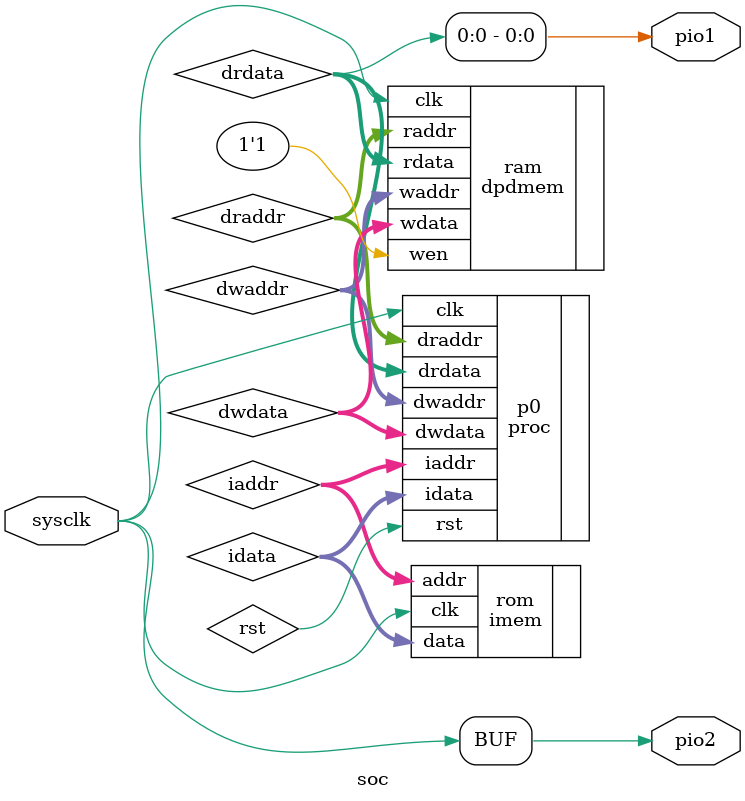
<source format=v>
`timescale 1ns / 1ns


module soc(
    input sysclk,
    output pio1,
    output pio2
);
    
    reg rst;

    wire [23:0] iaddr;
    wire [23:0] idata;
    
    wire [23:0] dwaddr;
    wire [23:0] dwdata;
    wire [23:0] draddr;
    wire [23:0] drdata;
    
    reg [24:0] imem[3:0];
    
    // note - iaddr 0 != daddr 0.
    imem #(.mem_size(32)) rom(.clk(sysclk), .addr(iaddr), .data(idata));
    dpdmem #(.mem_size(2048)) ram(.clk(sysclk), .waddr(dwaddr), .wdata(dwdata), .raddr(draddr), .rdata(drdata), .wen(1'b1));
    
    proc p0(.clk(sysclk), .rst(rst), .idata(idata), .iaddr(iaddr), .dwaddr(dwaddr), .dwdata(dwdata), .draddr(draddr), .drdata(drdata));
    
    assign pio1 = drdata[0]; // garbage to get synthesizer to do something
    assign pio2 = sysclk; // garbage to get synthesizer to do something
    
endmodule
</source>
